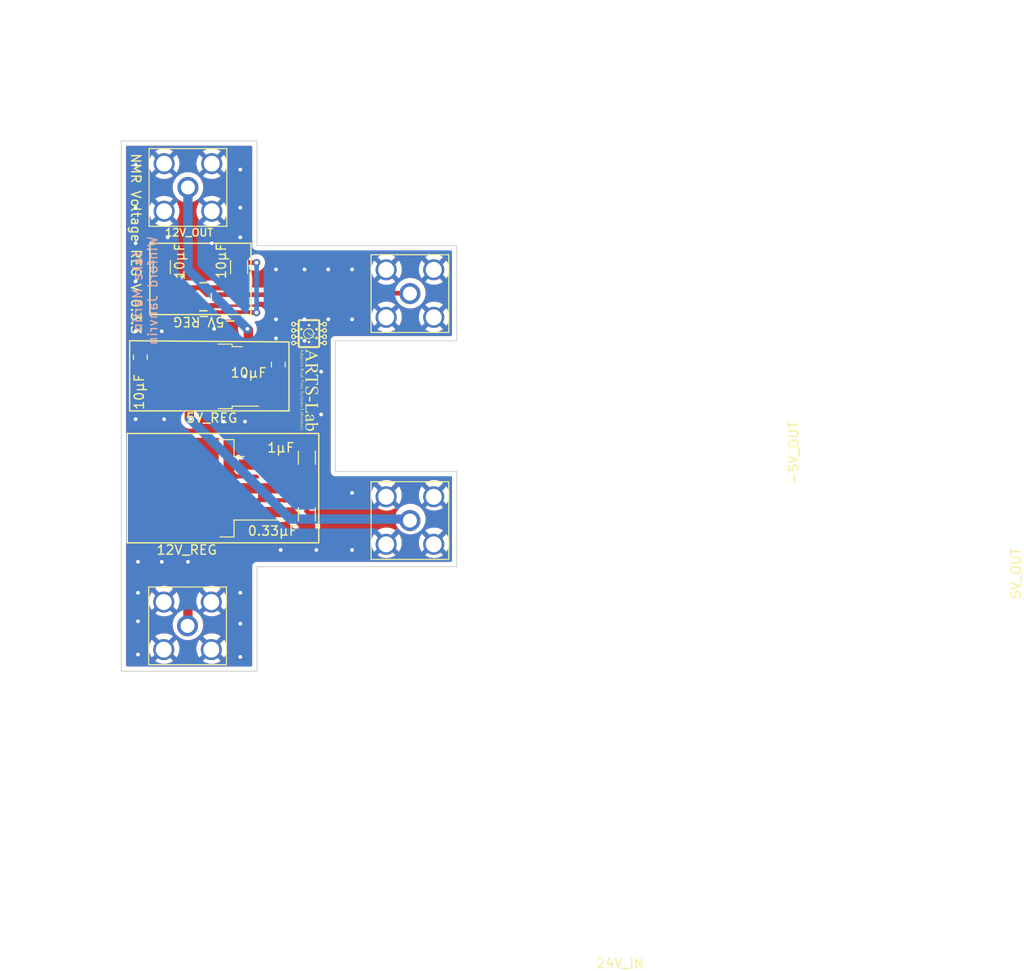
<source format=kicad_pcb>
(kicad_pcb (version 20221018) (generator pcbnew)
  (layers (0 "F.Cu" signal) (31 "B.Cu" signal) (34 "B.Paste" user) (35 "F.Paste" user) (36 "B.SilkS" user "B.Silkscreen") (37 "F.SilkS" user "F.Silkscreen") (38 "B.Mask" user) (39 "F.Mask" user) (44 "Edge.Cuts" user))
  (net 0 "")
  (net 1 "GND")
  (net 2 "Net-(-5V_OUT1-Pad1)")
  (net 3 "Net-(10μF3-Pad1)")
  (net 4 "Net-(-5V_REG1-Pad3)")
  (net 5 "Net-(10μF2-Pad1)")
  (net 6 "Net-(0.33μF1-Pad1)")
  (net 7 "Net-(1μF1-Pad1)")
  (footprint "Capacitor_SMD:C_1206_3216Metric" (layer "F.Cu") (at 157.954 115.372 90)
    (fp_text reference "0.33μF" (at -1.778 -3.683) (layer "F.SilkS"))
    (fp_text value "0.33 uF")
    (pad "1" smd roundrect (at -1.475 0 90) (size 1.15 1.8) (layers "F.Cu" "F.Paste" "F.Mask") (roundrect_rratio 0.2173913043) (net 6 "Net-(0.33μF1-Pad1)"))
    (pad "2" smd roundrect (at 1.475 0 90) (size 1.15 1.8) (layers "F.Cu" "F.Paste" "F.Mask") (roundrect_rratio 0.2173913043) (net 1 "GND"))
  )
  (footprint "Package_TO_SOT_SMD:TO-263-3_TabPin2" (layer "F.Cu") (at 147.22 112.597 180)
    (fp_text reference "12V_REG" (at 2.093 -6.585) (layer "F.SilkS"))
    (fp_text value "LM7812_TO220")
    (pad "1" smd rect (at -5.775 -2.54 180) (size 4.6 1.1) (layers "F.Cu" "F.Paste" "F.Mask") (net 6 "Net-(0.33μF1-Pad1)"))
    (pad "2" smd rect (at -5.775 0 180) (size 4.6 1.1) (layers "F.Cu" "F.Paste" "F.Mask") (net 1 "GND"))
    (pad "2" smd rect (at 3.375 0 180) (size 9.4 10.8) (layers "F.Cu" "F.Mask") (net 1 "GND"))
    (pad "3" smd rect (at -5.775 2.54 180) (size 4.6 1.1) (layers "F.Cu" "F.Paste" "F.Mask") (net 7 "Net-(1μF1-Pad1)"))
  )
  (footprint "Connector_Coaxial:SMA_Amphenol_132203-12_Horizontal" (layer "F.Cu") (at 168.96 91.79 90)
    (fp_text reference "5V_OUT" (at -29.901 64.733 270) (layer "F.SilkS"))
    (fp_text value "Conn_Coaxial")
    (pad "1" thru_hole circle (at 0 0 90) (size 2.25 2.25) (drill 1.5) (layers "*.Cu" "*.Mask") (net 5 "Net-(10μF2-Pad1)"))
    (pad "2" thru_hole circle (at -2.54 -2.54 90) (size 2.25 2.25) (drill 1.7) (layers "*.Cu" "*.Mask") (net 1 "GND"))
    (pad "2" thru_hole circle (at -2.54 2.54 90) (size 2.25 2.25) (drill 1.7) (layers "*.Cu" "*.Mask") (net 1 "GND"))
    (pad "2" thru_hole circle (at 2.54 -2.54 90) (size 2.25 2.25) (drill 1.7) (layers "*.Cu" "*.Mask") (net 1 "GND"))
    (pad "2" thru_hole circle (at 2.54 2.54 180) (size 2.25 2.25) (drill 1.7) (layers "*.Cu" "*.Mask") (net 1 "GND"))
  )
  (footprint "footprints:MF05A" (layer "F.Cu") (at 146.905 92.131)
    (fp_text reference "-5V_REG" (at 0.127 2.667 -180 unlocked) (layer "F.SilkS"))
    (fp_text value "LM828M5")
    (fp_text user "*" (at -1.905 -2.159 90) (layer "F.SilkS"))
    (pad "1" smd rect (at -1.2192 -0.9525) (size 1.27 0.5588) (layers "F.Cu" "F.Paste" "F.Mask") (net 2 "Net-(-5V_OUT1-Pad1)"))
    (pad "2" smd rect (at -1.2192 0) (size 1.27 0.5588) (layers "F.Cu" "F.Paste" "F.Mask") (net 5 "Net-(10μF2-Pad1)"))
    (pad "3" smd rect (at -1.2192 0.9525) (size 1.27 0.5588) (layers "F.Cu" "F.Paste" "F.Mask") (net 4 "Net-(-5V_REG1-Pad3)"))
    (pad "4" smd rect (at 1.2192 0.9525) (size 1.27 0.5588) (layers "F.Cu" "F.Paste" "F.Mask") (net 1 "GND"))
    (pad "5" smd rect (at 1.2192 -0.9525) (size 1.27 0.5588) (layers "F.Cu" "F.Paste" "F.Mask") (net 3 "Net-(10μF3-Pad1)"))
  )
  (footprint "Capacitor_SMD:C_1206_3216Metric" (layer "F.Cu") (at 157.954 109.325 90)
    (fp_text reference "1μF" (at 1.065 -2.794) (layer "F.SilkS"))
    (fp_text value "1 uF")
    (pad "1" smd roundrect (at -1.475 0 90) (size 1.15 1.8) (layers "F.Cu" "F.Paste" "F.Mask") (roundrect_rratio 0.2173913043) (net 7 "Net-(1μF1-Pad1)"))
    (pad "2" smd roundrect (at 1.475 0 90) (size 1.15 1.8) (layers "F.Cu" "F.Paste" "F.Mask") (roundrect_rratio 0.2173913043) (net 1 "GND"))
  )
  (footprint "Capacitor_SMD:C_1206_3216Metric" (layer "F.Cu") (at 150.715 88.956 90)
    (fp_text reference "10μF" (at 0.635 -1.905 90) (layer "F.SilkS"))
    (fp_text value "10 uF")
    (pad "1" smd roundrect (at -1.475 0 90) (size 1.15 1.8) (layers "F.Cu" "F.Paste" "F.Mask") (roundrect_rratio 0.2173913043) (net 3 "Net-(10μF3-Pad1)"))
    (pad "2" smd roundrect (at 1.475 0 90) (size 1.15 1.8) (layers "F.Cu" "F.Paste" "F.Mask") (roundrect_rratio 0.2173913043) (net 4 "Net-(-5V_REG1-Pad3)"))
  )
  (footprint "Package_TO_SOT_SMD:TO-252-2" (layer "F.Cu") (at 147.505 100.639 180)
    (fp_text reference "5V_REG" (at -0.289 -4.446) (layer "F.SilkS"))
    (fp_text value "NCP1117-5.0_TO252")
    (pad "1" smd rect (at -4.2 -2.28 180) (size 2.2 1.2) (layers "F.Cu" "F.Paste" "F.Mask") (net 1 "GND"))
    (pad "2" smd rect (at 2.1 0 180) (size 6.4 5.8) (layers "F.Cu" "F.Mask") (net 5 "Net-(10μF2-Pad1)"))
    (pad "3" smd rect (at -4.2 2.28 180) (size 2.2 1.2) (layers "F.Cu" "F.Paste" "F.Mask") (net 7 "Net-(1μF1-Pad1)"))
  )
  (footprint "Capacitor_SMD:C_0805_2012Metric" (layer "F.Cu") (at 154.906 99.37 -90)
    (fp_text reference "10μF" (at 0.889 3.175) (layer "F.SilkS"))
    (fp_text value "10 uF")
    (pad "1" smd roundrect (at -0.95 0 270) (size 1 1.45) (layers "F.Cu" "F.Paste" "F.Mask") (net 7 "Net-(1μF1-Pad1)"))
    (pad "2" smd roundrect (at 0.95 0 270) (size 1 1.45) (layers "F.Cu" "F.Paste" "F.Mask") (net 1 "GND"))
  )
  (footprint "Graphics:ARTS" (layer "F.Cu") (at 158.19 100.486 -90)
    (fp_text reference "G***" hide)
    (fp_text value "LOGO" hide)
  )
  (footprint "Capacitor_SMD:C_1206_3216Metric" (layer "F.Cu") (at 142.46 88.956 90)
    (fp_text reference "10μF" (at 0.635 1.905 90) (layer "F.SilkS"))
    (fp_text value "10 uF")
    (pad "1" smd roundrect (at -1.475 0 90) (size 1.15 1.8) (layers "F.Cu" "F.Paste" "F.Mask") (roundrect_rratio 0.217391) (net 2 "Net-(-5V_OUT1-Pad1)"))
    (pad "2" smd roundrect (at 1.475 0 90) (size 1.15 1.8) (layers "F.Cu" "F.Paste" "F.Mask") (roundrect_rratio 0.217391) (net 1 "GND"))
  )
  (footprint "Connector_Coaxial:SMA_Amphenol_132203-12_Horizontal" (layer "F.Cu") (at 168.96 116.04)
    (fp_text reference "24V_IN" (at 22.445 47.297) (layer "F.SilkS"))
    (fp_text value "Conn_Coaxial")
    (pad "1" thru_hole circle (at 0 0) (size 2.25 2.25) (drill 1.5) (layers "*.Cu" "*.Mask") (net 6 "Net-(0.33μF1-Pad1)"))
    (pad "2" thru_hole circle (at -2.54 -2.54) (size 2.25 2.25) (drill 1.7) (layers "*.Cu" "*.Mask") (net 1 "GND"))
    (pad "2" thru_hole circle (at -2.54 2.54) (size 2.25 2.25) (drill 1.7) (layers "*.Cu" "*.Mask") (net 1 "GND"))
    (pad "2" thru_hole circle (at 2.54 -2.54) (size 2.25 2.25) (drill 1.7) (layers "*.Cu" "*.Mask") (net 1 "GND"))
    (pad "2" thru_hole circle (at 2.54 2.54 90) (size 2.25 2.25) (drill 1.7) (layers "*.Cu" "*.Mask") (net 1 "GND"))
  )
  (footprint "Capacitor_SMD:C_0805_2012Metric" (layer "F.Cu") (at 140.174 98.608 90)
    (fp_text reference "10μF" (at -3.683 -0.127 90) (layer "F.SilkS"))
    (fp_text value "10 uF")
    (pad "1" smd roundrect (at -0.95 0 90) (size 1 1.45) (layers "F.Cu" "F.Paste" "F.Mask") (net 5 "Net-(10μF2-Pad1)"))
    (pad "2" smd roundrect (at 0.95 0 90) (size 1 1.45) (layers "F.Cu" "F.Paste" "F.Mask") (net 1 "GND"))
  )
  (footprint "Connector_Coaxial:SMA_Amphenol_132203-12_Horizontal" (layer "F.Cu") (at 145.21 127.29 90)
    (fp_text reference "-5V_OUT" (at 18.486 64.733 270) (layer "F.SilkS"))
    (fp_text value "Conn_Coaxial")
    (pad "1" thru_hole circle (at 0 0 90) (size 2.25 2.25) (drill 1.5) (layers "*.Cu" "*.Mask") (net 2 "Net-(-5V_OUT1-Pad1)"))
    (pad "2" thru_hole circle (at -2.54 -2.54 90) (size 2.25 2.25) (drill 1.7) (layers "*.Cu" "*.Mask") (net 1 "GND"))
    (pad "2" thru_hole circle (at -2.54 2.54 90) (size 2.25 2.25) (drill 1.7) (layers "*.Cu" "*.Mask") (net 1 "GND"))
    (pad "2" thru_hole circle (at 2.54 -2.54 90) (size 2.25 2.25) (drill 1.7) (layers "*.Cu" "*.Mask") (net 1 "GND"))
    (pad "2" thru_hole circle (at 2.54 2.54 180) (size 2.25 2.25) (drill 1.7) (layers "*.Cu" "*.Mask") (net 1 "GND"))
  )
  (footprint "Connector_Coaxial:SMA_Amphenol_132203-12_Horizontal" (layer "F.Cu") (at 145.254 80.45)
    (fp_text reference "12V_OUT" (at 0.127 4.823) (layer "F.SilkS") (effects (font (size 0.8 0.8))))
    (fp_text value "Conn_Coaxial")
    (pad "1" thru_hole circle (at 0 0) (size 2.25 2.25) (drill 1.5) (layers "*.Cu" "*.Mask") (net 7 "Net-(1μF1-Pad1)"))
    (pad "2" thru_hole circle (at -2.54 -2.54) (size 2.25 2.25) (drill 1.7) (layers "*.Cu" "*.Mask") (net 1 "GND"))
    (pad "2" thru_hole circle (at -2.54 2.54) (size 2.25 2.25) (drill 1.7) (layers "*.Cu" "*.Mask") (net 1 "GND"))
    (pad "2" thru_hole circle (at 2.54 -2.54) (size 2.25 2.25) (drill 1.7) (layers "*.Cu" "*.Mask") (net 1 "GND"))
    (pad "2" thru_hole circle (at 2.54 2.54 90) (size 2.25 2.25) (drill 1.7) (layers "*.Cu" "*.Mask") (net 1 "GND"))
  )
  (gr_line (start 156.049 96.957) (end 156.049 104.323) (stroke (width 0.15)) (layer "F.SilkS"))
  (gr_line (start 138.777 106.736) (end 139.031 106.736) (stroke (width 0.15)) (layer "F.SilkS"))
  (gr_line (start 151.985 94.036) (end 151.985 91.496) (stroke (width 0.15)) (layer "F.SilkS"))
  (gr_line (start 155.795 104.323) (end 139.031 104.323) (stroke (width 0.15)) (layer "F.SilkS"))
  (gr_line (start 139.031 96.83) (end 156.049 96.957) (stroke (width 0.15)) (layer "F.SilkS"))
  (gr_line (start 155.89025 104.323) (end 156.049 104.323) (stroke (width 0.15)) (layer "F.SilkS"))
  (gr_line (start 151.985 91.496) (end 151.985 86.416) (stroke (width 0.15)) (layer "F.SilkS"))
  (gr_line (start 139.031 106.736) (end 159.224 106.736) (stroke (width 0.15)) (layer "F.SilkS"))
  (gr_line (start 159.224 118.42) (end 138.777 118.42) (stroke (width 0.15)) (layer "F.SilkS"))
  (gr_line (start 159.224 106.736) (end 159.224 118.42) (stroke (width 0.15)) (layer "F.SilkS"))
  (gr_line (start 139.031 104.323) (end 139.031 96.83) (stroke (width 0.15)) (layer "F.SilkS"))
  (gr_line (start 155.8585 104.323) (end 155.922 104.323) (stroke (width 0.15)) (layer "F.SilkS"))
  (gr_line (start 155.795 104.323) (end 155.922 104.323) (stroke (width 0.15)) (layer "F.SilkS"))
  (gr_line (start 138.777 118.42) (end 138.777 106.736) (stroke (width 0.15)) (layer "F.SilkS"))
  (gr_line (start 151.985 86.416) (end 141.19 86.416) (stroke (width 0.15)) (layer "F.SilkS"))
  (gr_line (start 141.19 86.416) (end 141.19 94.036) (stroke (width 0.15)) (layer "F.SilkS"))
  (gr_line (start 141.19 94.036) (end 151.985 94.036) (stroke (width 0.15)) (layer "F.SilkS"))
  (gr_line (start 152.62 75.494) (end 152.62 86.67) (stroke (width 0.1)) (layer "Edge.Cuts"))
  (gr_line (start 152.62 132.136) (end 142.46 132.136) (stroke (width 0.1)) (layer "Edge.Cuts"))
  (gr_line (start 173.956 86.67) (end 173.956 96.83) (stroke (width 0.1)) (layer "Edge.Cuts"))
  (gr_line (start 152.62 122.738) (end 152.62 132.136) (stroke (width 0.1)) (layer "Edge.Cuts"))
  (gr_line (start 152.62 120.96) (end 152.62 122.738) (stroke (width 0.1)) (layer "Edge.Cuts"))
  (gr_line (start 152.62 86.67) (end 173.956 86.67) (stroke (width 0.1)) (layer "Edge.Cuts"))
  (gr_line (start 173.956 110.8) (end 173.956 120.96) (stroke (width 0.1)) (layer "Edge.Cuts"))
  (gr_line (start 173.956 120.96) (end 152.62 120.96) (stroke (width 0.1)) (layer "Edge.Cuts"))
  (gr_line (start 142.46 132.136) (end 138.142 132.136) (stroke (width 0.1)) (layer "Edge.Cuts"))
  (gr_line (start 161.002 110.8) (end 173.956 110.8) (stroke (width 0.1)) (layer "Edge.Cuts"))
  (gr_line (start 138.142 132.136) (end 138.142 118.928) (stroke (width 0.1)) (layer "Edge.Cuts"))
  (gr_line (start 161.002 96.83) (end 161.002 110.8) (stroke (width 0.1)) (layer "Edge.Cuts"))
  (gr_line (start 173.956 96.83) (end 161.002 96.83) (stroke (width 0.1)) (layer "Edge.Cuts"))
  (gr_line (start 138.142 75.494) (end 152.62 75.494) (stroke (width 0.1)) (layer "Edge.Cuts"))
  (gr_line (start 138.142 118.928) (end 138.142 75.494) (stroke (width 0.1)) (layer "Edge.Cuts"))
  (gr_text "Jake Martin\nWinford Janvrin" (at 140.69 91.486 90) (layer "B.SilkS") (effects (font (size 1 1)) (justify mirror)))
  (gr_text "NMR Voltage REG V 0.3.3" (at 139.69 86.486 -90) (layer "F.SilkS") (effects (font (size 1 1))))
  (segment (start 153.1915 93.0835) (end 154.652 94.544) (width 0.25) (layer "F.Cu") (net 1))
  (segment (start 148.1242 93.0835) (end 153.1915 93.0835) (width 0.25) (layer "F.Cu") (net 1))
  (via (at 139.666 78.034) (size 0.8) (drill 0.4) (layers "F.Cu" "B.Cu") (net 1))
  (via (at 142.46 120.452) (size 0.8) (drill 0.4) (layers "F.Cu" "B.Cu") (net 1))
  (via (at 139.666 82.606) (size 0.8) (drill 0.4) (layers "F.Cu" "B.Cu") (net 1))
  (via (at 150.842 82.606) (size 0.8) (drill 0.4) (layers "F.Cu" "B.Cu") (net 1))
  (via (at 149.064 105.466) (size 0.8) (drill 0.4) (layers "F.Cu" "B.Cu") (net 1))
  (via (at 162.78 89.21) (size 0.8) (drill 0.4) (layers "F.Cu" "B.Cu") (net 1))
  (via (at 160.24 94.544) (size 0.8) (drill 0.4) (layers "F.Cu" "B.Cu") (net 1))
  (via (at 159.478 100.132) (size 0.8) (drill 0.4) (layers "F.Cu" "B.Cu") (net 1))
  (via (at 157.7 96.83) (size 0.8) (drill 0.4) (layers "F.Cu" "B.Cu") (net 1))
  (via (at 154.652 96.576) (size 0.8) (drill 0.4) (layers "F.Cu" "B.Cu") (net 1))
  (via (at 150.842 78.542) (size 0.8) (drill 0.4) (layers "F.Cu" "B.Cu") (net 1))
  (via (at 158.97 119.182) (size 0.8) (drill 0.4) (layers "F.Cu" "B.Cu") (net 1))
  (via (at 157.7 94.544) (size 0.8) (drill 0.4) (layers "F.Cu" "B.Cu") (net 1))
  (via (at 151.35 105.466) (size 0.8) (drill 0.4) (layers "F.Cu" "B.Cu") (net 1))
  (via (at 150.842 127.056) (size 0.8) (drill 0.4) (layers "F.Cu" "B.Cu") (net 1))
  (via (at 150.842 130.612) (size 0.8) (drill 0.4) (layers "F.Cu" "B.Cu") (net 1))
  (via (at 151.35 100.64) (size 0.8) (drill 0.4) (layers "F.Cu" "B.Cu") (net 1))
  (via (at 154.652 94.544) (size 0.8) (drill 0.4) (layers "F.Cu" "B.Cu") (net 1))
  (via (at 139.92 123.754) (size 0.8) (drill 0.4) (layers "F.Cu" "B.Cu") (net 1))
  (via (at 139.666 90.48) (size 0.8) (drill 0.4) (layers "F.Cu" "B.Cu") (net 1))
  (via (at 142.46 95.814) (size 0.8) (drill 0.4) (layers "F.Cu" "B.Cu") (net 1))
  (via (at 150.842 123.754) (size 0.8) (drill 0.4) (layers "F.Cu" "B.Cu") (net 1))
  (via (at 162.78 94.544) (size 0.8) (drill 0.4) (layers "F.Cu" "B.Cu") (net 1))
  (via (at 160.24 89.21) (size 0.8) (drill 0.4) (layers "F.Cu" "B.Cu") (net 1))
  (via (at 159.478 104.704) (size 0.8) (drill 0.4) (layers "F.Cu" "B.Cu") (net 1))
  (via (at 162.78 119.182) (size 0.8) (drill 0.4) (layers "F.Cu" "B.Cu") (net 1))
  (via (at 157.7 89.21) (size 0.8) (drill 0.4) (layers "F.Cu" "B.Cu") (net 1))
  (via (at 139.92 126.802) (size 0.8) (drill 0.4) (layers "F.Cu" "B.Cu") (net 1))
  (via (at 155.16 119.182) (size 0.8) (drill 0.4) (layers "F.Cu" "B.Cu") (net 1))
  (via (at 142.714 105.212) (size 0.8) (drill 0.4) (layers "F.Cu" "B.Cu") (net 1))
  (via (at 162.78 113.086) (size 0.8) (drill 0.4) (layers "F.Cu" "B.Cu") (net 1))
  (via (at 148.048 95.56) (size 0.8) (drill 0.4) (layers "F.Cu" "B.Cu") (net 1))
  (via (at 139.92 130.358) (size 0.8) (drill 0.4) (layers "F.Cu" "B.Cu") (net 1))
  (via (at 139.666 95.814) (size 0.8) (drill 0.4) (layers "F.Cu" "B.Cu") (net 1))
  (via (at 147.794 86.416) (size 0.8) (drill 0.4) (layers "F.Cu" "B.Cu") (net 1))
  (via (at 139.666 105.212) (size 0.8) (drill 0.4) (layers "F.Cu" "B.Cu") (net 1))
  (via (at 150.842 85.781) (size 0.8) (drill 0.4) (layers "F.Cu" "B.Cu") (net 1))
  (via (at 145.254 120.452) (size 0.8) (drill 0.4) (layers "F.Cu" "B.Cu") (net 1))
  (via (at 143.095 85.781) (size 0.8) (drill 0.4) (layers "F.Cu" "B.Cu") (net 1))
  (via (at 139.92 120.452) (size 0.8) (drill 0.4) (layers "F.Cu" "B.Cu") (net 1))
  (via (at 139.666 86.416) (size 0.8) (drill 0.4) (layers "F.Cu" "B.Cu") (net 1))
  (via (at 154.652 89.21) (size 0.8) (drill 0.4) (layers "F.Cu" "B.Cu") (net 1))
  (segment (start 146.5477 91.1785) (end 145.6858 91.1785) (width 0.5) (layer "F.Cu") (net 2))
  (segment (start 145.254 123.5) (end 149.064 119.69) (width 1) (layer "F.Cu") (net 2))
  (segment (start 143.2075 91.1785) (end 142.46 90.431) (width 0.5) (layer "F.Cu") (net 2))
  (segment (start 153.8248 91.75) (end 169 91.75) (width 0.5) (layer "F.Cu") (net 2))
  (segment (start 149.064 119.69) (end 150.588 119.69) (width 1) (layer "F.Cu") (net 2))
  (segment (start 145.254 127.18) (end 145.254 123.5) (width 1) (layer "F.Cu") (net 2))
  (segment (start 145.6858 91.1785) (end 143.2075 91.1785) (width 0.5) (layer "F.Cu") (net 2))
  (segment (start 147.2771 91.9079) (end 146.5477 91.1785) (width 0.5) (layer "F.Cu") (net 2))
  (segment (start 153.6669 91.9079) (end 147.2771 91.9079) (width 0.5) (layer "F.Cu") (net 2))
  (segment (start 153.6669 91.9079) (end 153.8248 91.75) (width 0.5) (layer "F.Cu") (net 2))
  (segment (start 149.9675 91.1785) (end 150.715 90.431) (width 0.5) (layer "F.Cu") (net 3))
  (segment (start 148.1242 91.1785) (end 149.9675 91.1785) (width 0.5) (layer "F.Cu") (net 3))
  (segment (start 145.6858 93.0835) (end 146.4213 93.819) (width 0.5) (layer "F.Cu") (net 4))
  (segment (start 151.719 88.485) (end 150.715 87.481) (width 0.5) (layer "F.Cu") (net 4))
  (segment (start 146.4213 93.819) (end 152.583 93.819) (width 0.5) (layer "F.Cu") (net 4))
  (segment (start 152.583 88.485) (end 151.719 88.485) (width 0.5) (layer "F.Cu") (net 4))
  (via (at 152.583 93.819) (size 0.8) (drill 0.4) (layers "F.Cu" "B.Cu") (net 4))
  (via (at 152.583 88.485) (size 0.8) (drill 0.4) (layers "F.Cu" "B.Cu") (net 4))
  (segment (start 152.583 93.819) (end 152.583 88.485) (width 0.5) (layer "B.Cu") (net 4))
  (segment (start 145.405 100.639) (end 145.405 105.109) (width 1) (layer "F.Cu") (net 5))
  (segment (start 145.6858 92.131) (end 142.46 92.131) (width 0.5) (layer "F.Cu") (net 5))
  (segment (start 145.405 95.154) (end 145.405 95.076) (width 1) (layer "F.Cu") (net 5))
  (segment (start 140.174 99.558) (end 141.255 100.639) (width 1) (layer "F.Cu") (net 5))
  (segment (start 141.255 100.639) (end 145.405 100.639) (width 1) (layer "F.Cu") (net 5))
  (segment (start 145.405 105.109) (end 145.508 105.212) (width 1) (layer "F.Cu") (net 5))
  (segment (start 145.405 95.076) (end 142.46 92.131) (width 1) (layer "F.Cu") (net 5))
  (segment (start 145.405 100.639) (end 145.405 95.154) (width 1) (layer "F.Cu") (net 5))
  (via (at 145.508 105.212) (size 0.8) (drill 0.4) (layers "F.Cu" "B.Cu") (net 5))
  (segment (start 156.176 115.88) (end 169 115.88) (width 1) (layer "B.Cu") (net 5))
  (segment (start 145.508 105.212) (end 156.176 115.88) (width 1) (layer "B.Cu") (net 5))
  (segment (start 152.995 117.283) (end 152.995 115.137) (width 1) (layer "F.Cu") (net 6))
  (segment (start 152.995 115.137) (end 156.244 115.137) (width 1) (layer "F.Cu") (net 6))
  (segment (start 156.244 115.137) (end 157.954 116.847) (width 1) (layer "F.Cu") (net 6))
  (segment (start 150.588 119.69) (end 152.995 117.283) (width 1) (layer "F.Cu") (net 6))
  (segment (start 151.705 95.661) (end 151.604 95.56) (width 1) (layer "F.Cu") (net 7))
  (segment (start 151.766 98.42) (end 151.705 98.359) (width 1) (layer "F.Cu") (net 7))
  (segment (start 153.738 110.8) (end 152.995 110.057) (width 1) (layer "F.Cu") (net 7))
  (segment (start 152.995 110.057) (end 152.995 107.123) (width 1) (layer "F.Cu") (net 7))
  (segment (start 157.192 102.926) (end 157.192 99.116) (width 1) (layer "F.Cu") (net 7))
  (segment (start 151.705 98.359) (end 151.705 95.661) (width 1) (layer "F.Cu") (net 7))
  (segment (start 152.995 107.123) (end 157.192 102.926) (width 1) (layer "F.Cu") (net 7))
  (segment (start 154.906 98.42) (end 151.766 98.42) (width 1) (layer "F.Cu") (net 7))
  (segment (start 157.192 99.116) (end 156.496 98.42) (width 1) (layer "F.Cu") (net 7))
  (segment (start 156.496 98.42) (end 154.906 98.42) (width 1) (layer "F.Cu") (net 7))
  (segment (start 157.954 110.8) (end 153.738 110.8) (width 1) (layer "F.Cu") (net 7))
  (via (at 151.604 95.56) (size 0.8) (drill 0.4) (layers "F.Cu" "B.Cu") (net 7))
  (segment (start 145.254 89.21) (end 145.254 80.45) (width 1) (layer "B.Cu") (net 7))
  (segment (start 151.604 95.56) (end 145.254 89.21) (width 1) (layer "B.Cu") (net 7))
  (zone (net 1) (net_name "GND") (layer "F.Cu") (connect_pads (clearance 0.508)) (min_thickness 0.254) (fill yes (thermal_gap 0.508) (thermal_bridge_width 0.508))
    (polygon (pts (xy 138.396 75.748) (xy 152.366 75.748) (xy 152.366 86.924) (xy 173.702 86.924) (xy 173.702 96.576) (xy 160.748 96.576) (xy 160.748 111.054) (xy 173.702 111.054) (xy 173.702 120.706) (xy 152.366 120.706) (xy 152.366 131.882) (xy 138.396 131.882)))
  )
  (zone (net 1) (net_name "GND") (layer "B.Cu") (connect_pads (clearance 0.508)) (min_thickness 0.254) (fill yes (thermal_gap 0.508) (thermal_bridge_width 0.508))
    (polygon (pts (xy 138.396 75.748) (xy 152.366 75.748) (xy 152.366 86.924) (xy 173.702 86.924) (xy 173.702 96.576) (xy 160.748 96.576) (xy 160.748 111.054) (xy 173.702 111.054) (xy 173.702 120.706) (xy 152.366 120.706) (xy 152.366 131.882) (xy 138.396 131.882)))
  )
)
</source>
